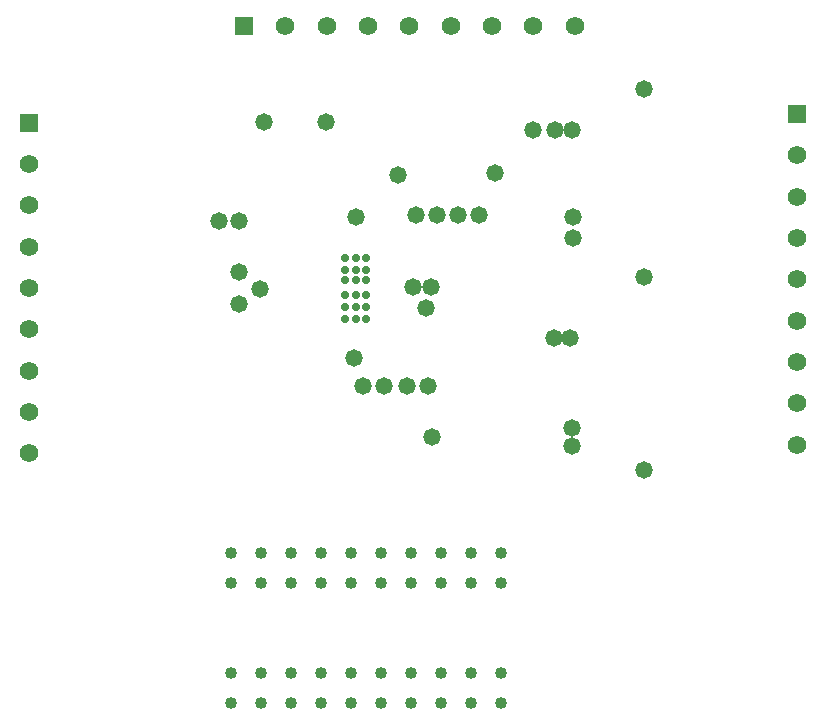
<source format=gbr>
%TF.GenerationSoftware,Altium Limited,Altium Designer,22.9.1 (49)*%
G04 Layer_Color=16711935*
%FSLAX25Y25*%
%MOIN*%
%TF.SameCoordinates,E4663CD6-9850-4590-99AB-2D6E941D03D6*%
%TF.FilePolarity,Negative*%
%TF.FileFunction,Soldermask,Bot*%
%TF.Part,Single*%
G01*
G75*
%TA.AperFunction,ComponentPad*%
%ADD28C,0.06165*%
%ADD29R,0.06165X0.06165*%
%ADD30C,0.04016*%
%ADD31R,0.06165X0.06165*%
%ADD33C,0.02800*%
%TA.AperFunction,ViaPad*%
%ADD34C,0.05800*%
D28*
X198059Y238500D02*
D03*
X184280D02*
D03*
X170500D02*
D03*
X156720D02*
D03*
X142941D02*
D03*
X239398D02*
D03*
X225618D02*
D03*
X211839D02*
D03*
X57500Y96102D02*
D03*
X313500Y140382D02*
D03*
Y154161D02*
D03*
Y167941D02*
D03*
Y181720D02*
D03*
Y195500D02*
D03*
Y99043D02*
D03*
Y112823D02*
D03*
Y126602D02*
D03*
X57500Y137441D02*
D03*
Y151221D02*
D03*
Y165000D02*
D03*
Y178779D02*
D03*
Y192559D02*
D03*
Y109882D02*
D03*
Y123661D02*
D03*
D29*
X129161Y238500D02*
D03*
D30*
X125000Y63000D02*
D03*
X135000D02*
D03*
X145000D02*
D03*
X155000D02*
D03*
X185000D02*
D03*
X195000D02*
D03*
X205000D02*
D03*
X215000D02*
D03*
X125000Y23000D02*
D03*
X135000D02*
D03*
X145000D02*
D03*
X155000D02*
D03*
X165000D02*
D03*
X175000D02*
D03*
X185000D02*
D03*
X195000D02*
D03*
X205000D02*
D03*
X215000D02*
D03*
X125000Y13000D02*
D03*
X135000D02*
D03*
X145000D02*
D03*
X155000D02*
D03*
X165000D02*
D03*
X175000D02*
D03*
X185000D02*
D03*
X195000D02*
D03*
X205000D02*
D03*
X215000D02*
D03*
Y53000D02*
D03*
X205000D02*
D03*
X195000D02*
D03*
X185000D02*
D03*
X175000D02*
D03*
X165000D02*
D03*
X155000D02*
D03*
X145000D02*
D03*
X135000D02*
D03*
X125000D02*
D03*
X175000Y63000D02*
D03*
X165000D02*
D03*
D31*
X313500Y209279D02*
D03*
X57500Y206339D02*
D03*
D33*
X162992Y161366D02*
D03*
X166492D02*
D03*
X169992D02*
D03*
Y157366D02*
D03*
X166492D02*
D03*
X162992D02*
D03*
X166492Y153866D02*
D03*
X162992D02*
D03*
X169992D02*
D03*
X162992Y148866D02*
D03*
X166492D02*
D03*
Y144866D02*
D03*
X162992D02*
D03*
X166492Y140866D02*
D03*
X162992D02*
D03*
X169917Y148889D02*
D03*
Y144889D02*
D03*
Y140889D02*
D03*
D34*
X232500Y134459D02*
D03*
X183500Y118500D02*
D03*
X190500D02*
D03*
X136000Y206500D02*
D03*
X156500D02*
D03*
X180500Y189000D02*
D03*
X121000Y173500D02*
D03*
X127500D02*
D03*
Y156500D02*
D03*
Y146000D02*
D03*
X190000Y144500D02*
D03*
X176000Y118500D02*
D03*
X168700Y118400D02*
D03*
X134500Y151000D02*
D03*
X166500Y175000D02*
D03*
X166000Y128000D02*
D03*
X192000Y101500D02*
D03*
X200500Y175500D02*
D03*
X213000Y189500D02*
D03*
X262500Y217500D02*
D03*
Y90500D02*
D03*
Y155000D02*
D03*
X191500Y151500D02*
D03*
X238000Y134500D02*
D03*
X225500Y204000D02*
D03*
X239000Y174750D02*
D03*
X238975Y168000D02*
D03*
X185500Y151500D02*
D03*
X193500Y175500D02*
D03*
X238500Y104500D02*
D03*
X238475Y98500D02*
D03*
X238500Y204000D02*
D03*
X233000D02*
D03*
X207500Y175500D02*
D03*
X186500D02*
D03*
%TF.MD5,4651c2dc44456d02ea55512899e79620*%
M02*

</source>
